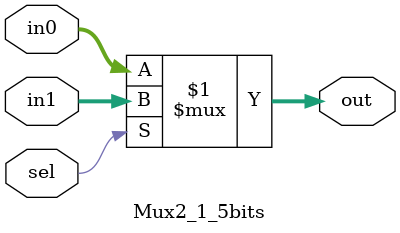
<source format=v>
module Mux2_1_5bits (
input [4:0] in0,
input [4:0] in1,
input sel,
output [4:0] out
);

assign out= (sel)?in1:in0;
endmodule

</source>
